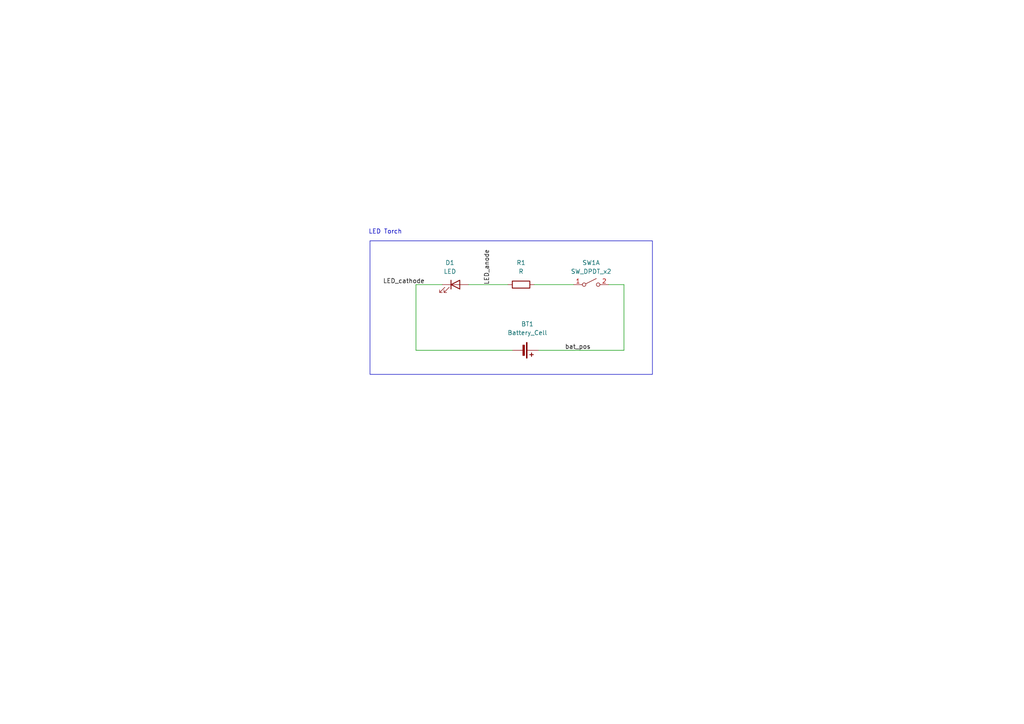
<source format=kicad_sch>
(kicad_sch (version 20250114) (generator "eeschema") (generator_version "9.0")
  (paper "A4")
  (title_block (title "Project 1 LED Torch") (date "2025-12-23") (rev "1") (company "Filippo Fonseca"))
  (lib_symbols
    (symbol "Device:Battery_Cell" (pin_numbers (hide yes)) (pin_names (offset 0) (hide yes))
      (property "Reference" "BT" (at 2.54 2.54 0))
      (property "Value" "Battery_Cell" (at 2.54 0 0))
      (symbol "Battery_Cell_0_1"
        (rectangle (start -2.286 1.778) (end 2.286 1.524) (fill (type outline)))
        (rectangle (start -1.524 1.016) (end 1.524 0.508) (fill (type outline)))
        (polyline (pts (xy 0 1.778) (xy 0 2.54)))
        (polyline (pts (xy 0 0.762) (xy 0 0)))
        (polyline (pts (xy 0.762 3.048) (xy 1.778 3.048)) (stroke (width 0.254)))
        (polyline (pts (xy 1.27 3.556) (xy 1.27 2.54)) (stroke (width 0.254)))
      )
      (symbol "Battery_Cell_1_1"
        (pin passive line (at 0 5.08 270) (length 2.54) (name "+") (number "1"))
        (pin passive line (at 0 -2.54 90) (length 2.54) (name "-") (number "2"))
      )
    )
    (symbol "Device:LED" (pin_numbers (hide yes)) (pin_names (offset 1.016) (hide yes))
      (property "Reference" "D" (at 0 2.54 0))
      (property "Value" "LED" (at 0 -2.54 0))
      (symbol "LED_0_1"
        (polyline (pts (xy -3.048 -0.762) (xy -4.572 -2.286) (xy -3.81 -2.286) (xy -4.572 -2.286) (xy -4.572 -1.524)))
        (polyline (pts (xy -1.778 -0.762) (xy -3.302 -2.286) (xy -2.54 -2.286) (xy -3.302 -2.286) (xy -3.302 -1.524)))
        (polyline (pts (xy -1.27 0) (xy 1.27 0)))
        (polyline (pts (xy -1.27 -1.27) (xy -1.27 1.27)) (stroke (width 0.254)))
        (polyline (pts (xy 1.27 -1.27) (xy 1.27 1.27) (xy -1.27 0) (xy 1.27 -1.27)) (stroke (width 0.254)))
      )
      (symbol "LED_1_1"
        (pin passive line (at -3.81 0 0) (length 2.54) (name "K") (number "1"))
        (pin passive line (at 3.81 0 180) (length 2.54) (name "A") (number "2"))
      )
    )
    (symbol "Device:R" (pin_numbers (hide yes)) (pin_names (offset 0))
      (property "Reference" "R" (at 2.032 0 90))
      (property "Value" "R" (at 0 0 90))
      (symbol "R_0_1"
        (rectangle (start -1.016 -2.54) (end 1.016 2.54) (stroke (width 0.254)))
      )
      (symbol "R_1_1"
        (pin passive line (at 0 3.81 270) (length 1.27) (name "~") (number "1"))
        (pin passive line (at 0 -3.81 90) (length 1.27) (name "~") (number "2"))
      )
    )
    (symbol "Switch:SW_DPST_x2" (pin_names (offset 0) (hide yes))
      (property "Reference" "SW" (at 0 3.175 0))
      (property "Value" "SW_DPST_x2" (at 0 -2.54 0))
      (symbol "SW_DPST_x2_0_0"
        (circle (center -2.032 0) (radius 0.508))
        (polyline (pts (xy -1.524 0.254) (xy 1.524 1.778)))
        (circle (center 2.032 0) (radius 0.508))
      )
      (symbol "SW_DPST_x2_1_1"
        (pin passive line (at -5.08 0 0) (length 2.54) (name "A") (number "1"))
        (pin passive line (at 5.08 0 180) (length 2.54) (name "B") (number "2"))
      )
      (symbol "SW_DPST_x2_2_1"
        (pin passive line (at -5.08 0 0) (length 2.54) (name "A") (number "3"))
        (pin passive line (at 5.08 0 180) (length 2.54) (name "B") (number "4"))
      )
    )
  )
  (rectangle (start 107.315 69.85) (end 189.23 108.585))
  (text "LED Torch" (at 111.76 67.31 0) (effects (font (size 1.27 1.27))))
  (wire (pts (xy 120.65 82.55) (xy 120.65 101.6)))
  (wire (pts (xy 180.975 82.55) (xy 176.53 82.55)))
  (wire (pts (xy 128.27 82.55) (xy 120.65 82.55)))
  (wire (pts (xy 180.975 101.6) (xy 180.975 82.55)))
  (wire (pts (xy 156.21 101.6) (xy 180.975 101.6)))
  (wire (pts (xy 135.89 82.55) (xy 147.32 82.55)))
  (wire (pts (xy 154.94 82.55) (xy 166.37 82.55)))
  (wire (pts (xy 120.65 101.6) (xy 148.59 101.6)))
  (label "bat_pos" (at 163.83 101.6 0))
  (label "LED_cathode" (at 123.19 82.55 180))
  (label "LED_anode" (at 142.24 82.55 90))
  (symbol (lib_id "Device:Battery_Cell") (at 151.13 101.6 270) (unit 1)
    (property "Reference" "BT1" (at 152.9715 93.98 90))
    (property "Value" "Battery_Cell" (at 152.9715 96.52 90))
    (property "Footprint" "Battery:BatteryHolder_Keystone_1058_1x2032" (effects (hide yes)))
    (property "Description" "Single-cell battery" (effects (hide yes)))
  )
  (symbol (lib_id "Switch:SW_DPST_x2") (at 171.45 82.55 0) (unit 1)
    (property "Reference" "SW1" (at 171.45 76.2 0))
    (property "Value" "SW_DPDT_x2" (at 171.45 78.74 0))
    (property "Footprint" "Button_Switch_THT:SW_TH_Tactile_Omron_B3F-10xx" (effects (hide yes)))
    (property "Description" "Single Pole Single Throw (SPST) switch, separate symbol" (effects (hide yes)))
  )
  (symbol (lib_id "Device:R") (at 151.13 82.55 90) (unit 1)
    (property "Reference" "R1" (at 151.13 76.2 90))
    (property "Value" "R" (at 151.13 78.74 90))
    (property "Footprint" "Resistor_THT:R_Axial_DIN0204_L3.6mm_D1.6mm_P7.62mm_Horizontal" (effects (hide yes)))
    (property "Description" "Resistor" (effects (hide yes)))
  )
  (symbol (lib_id "Device:LED") (at 132.08 82.55 0) (unit 1)
    (property "Reference" "D1" (at 130.4925 76.2 0))
    (property "Value" "LED" (at 130.4925 78.74 0))
    (property "Footprint" "LED_THT:LED_D5.0mm" (effects (hide yes)))
    (property "Description" "Light emitting diode" (effects (hide yes)))
    (property "Sim.Pins" "1=K 2=A" (effects (hide yes)))
  )
)
</source>
